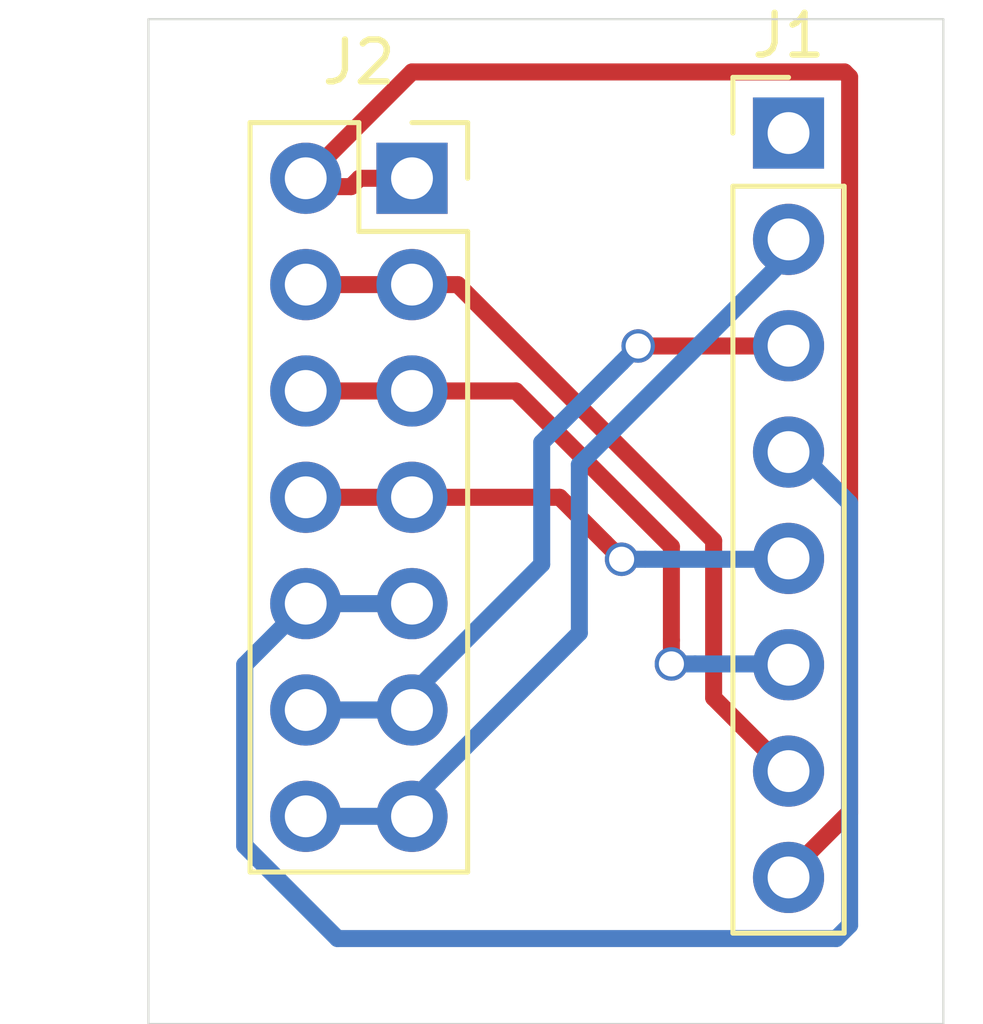
<source format=kicad_pcb>
(kicad_pcb (version 20171130) (host pcbnew "(5.1.2-1)-1")

  (general
    (thickness 1.6)
    (drawings 4)
    (tracks 49)
    (zones 0)
    (modules 2)
    (nets 9)
  )

  (page A4)
  (layers
    (0 F.Cu signal)
    (31 B.Cu signal)
    (32 B.Adhes user)
    (33 F.Adhes user)
    (34 B.Paste user)
    (35 F.Paste user)
    (36 B.SilkS user)
    (37 F.SilkS user)
    (38 B.Mask user)
    (39 F.Mask user)
    (40 Dwgs.User user)
    (41 Cmts.User user)
    (42 Eco1.User user)
    (43 Eco2.User user)
    (44 Edge.Cuts user)
    (45 Margin user)
    (46 B.CrtYd user)
    (47 F.CrtYd user)
    (48 B.Fab user)
    (49 F.Fab user)
  )

  (setup
    (last_trace_width 0.4064)
    (trace_clearance 0.4064)
    (zone_clearance 0.508)
    (zone_45_only no)
    (trace_min 0.2)
    (via_size 0.8)
    (via_drill 0.6)
    (via_min_size 0.4)
    (via_min_drill 0.3)
    (uvia_size 0.3)
    (uvia_drill 0.1)
    (uvias_allowed no)
    (uvia_min_size 0.2)
    (uvia_min_drill 0.1)
    (edge_width 0.05)
    (segment_width 0.2)
    (pcb_text_width 0.3)
    (pcb_text_size 1.5 1.5)
    (mod_edge_width 0.12)
    (mod_text_size 1 1)
    (mod_text_width 0.15)
    (pad_size 1.524 1.524)
    (pad_drill 0.762)
    (pad_to_mask_clearance 0.051)
    (solder_mask_min_width 0.25)
    (aux_axis_origin 0 0)
    (visible_elements FFFFFF7F)
    (pcbplotparams
      (layerselection 0x01000_ffffffff)
      (usegerberextensions false)
      (usegerberattributes false)
      (usegerberadvancedattributes false)
      (creategerberjobfile false)
      (excludeedgelayer true)
      (linewidth 0.100000)
      (plotframeref false)
      (viasonmask false)
      (mode 1)
      (useauxorigin false)
      (hpglpennumber 1)
      (hpglpenspeed 20)
      (hpglpendiameter 15.000000)
      (psnegative false)
      (psa4output false)
      (plotreference true)
      (plotvalue true)
      (plotinvisibletext false)
      (padsonsilk false)
      (subtractmaskfromsilk false)
      (outputformat 1)
      (mirror false)
      (drillshape 0)
      (scaleselection 1)
      (outputdirectory "KEYPAD-GERB/"))
  )

  (net 0 "")
  (net 1 "Net-(J1-Pad8)")
  (net 2 "Net-(J1-Pad7)")
  (net 3 "Net-(J1-Pad6)")
  (net 4 "Net-(J1-Pad5)")
  (net 5 "Net-(J1-Pad4)")
  (net 6 "Net-(J1-Pad3)")
  (net 7 "Net-(J1-Pad2)")
  (net 8 "Net-(J1-Pad1)")

  (net_class Default "This is the default net class."
    (clearance 0.4064)
    (trace_width 0.4064)
    (via_dia 0.8)
    (via_drill 0.6)
    (uvia_dia 0.3)
    (uvia_drill 0.1)
    (add_net "Net-(J1-Pad1)")
    (add_net "Net-(J1-Pad2)")
    (add_net "Net-(J1-Pad3)")
    (add_net "Net-(J1-Pad4)")
    (add_net "Net-(J1-Pad5)")
    (add_net "Net-(J1-Pad6)")
    (add_net "Net-(J1-Pad7)")
    (add_net "Net-(J1-Pad8)")
  )

  (module Connector_PinSocket_2.54mm:PinSocket_2x07_P2.54mm_Vertical (layer F.Cu) (tedit 5A19A421) (tstamp 5E46A842)
    (at 18.3 15.8)
    (descr "Through hole straight socket strip, 2x07, 2.54mm pitch, double cols (from Kicad 4.0.7), script generated")
    (tags "Through hole socket strip THT 2x07 2.54mm double row")
    (path /5E47F95E)
    (fp_text reference J2 (at -1.27 -2.77) (layer F.SilkS)
      (effects (font (size 1 1) (thickness 0.15)))
    )
    (fp_text value Conn_02x07_Odd_Even (at -1.27 18.01) (layer F.Fab)
      (effects (font (size 1 1) (thickness 0.15)))
    )
    (fp_text user %R (at -1.27 7.62 90) (layer F.Fab)
      (effects (font (size 1 1) (thickness 0.15)))
    )
    (fp_line (start -4.34 17) (end -4.34 -1.8) (layer F.CrtYd) (width 0.05))
    (fp_line (start 1.76 17) (end -4.34 17) (layer F.CrtYd) (width 0.05))
    (fp_line (start 1.76 -1.8) (end 1.76 17) (layer F.CrtYd) (width 0.05))
    (fp_line (start -4.34 -1.8) (end 1.76 -1.8) (layer F.CrtYd) (width 0.05))
    (fp_line (start 0 -1.33) (end 1.33 -1.33) (layer F.SilkS) (width 0.12))
    (fp_line (start 1.33 -1.33) (end 1.33 0) (layer F.SilkS) (width 0.12))
    (fp_line (start -1.27 -1.33) (end -1.27 1.27) (layer F.SilkS) (width 0.12))
    (fp_line (start -1.27 1.27) (end 1.33 1.27) (layer F.SilkS) (width 0.12))
    (fp_line (start 1.33 1.27) (end 1.33 16.57) (layer F.SilkS) (width 0.12))
    (fp_line (start -3.87 16.57) (end 1.33 16.57) (layer F.SilkS) (width 0.12))
    (fp_line (start -3.87 -1.33) (end -3.87 16.57) (layer F.SilkS) (width 0.12))
    (fp_line (start -3.87 -1.33) (end -1.27 -1.33) (layer F.SilkS) (width 0.12))
    (fp_line (start -3.81 16.51) (end -3.81 -1.27) (layer F.Fab) (width 0.1))
    (fp_line (start 1.27 16.51) (end -3.81 16.51) (layer F.Fab) (width 0.1))
    (fp_line (start 1.27 -0.27) (end 1.27 16.51) (layer F.Fab) (width 0.1))
    (fp_line (start 0.27 -1.27) (end 1.27 -0.27) (layer F.Fab) (width 0.1))
    (fp_line (start -3.81 -1.27) (end 0.27 -1.27) (layer F.Fab) (width 0.1))
    (pad 14 thru_hole oval (at -2.54 15.24) (size 1.7 1.7) (drill 1) (layers *.Cu *.Mask)
      (net 7 "Net-(J1-Pad2)"))
    (pad 13 thru_hole oval (at 0 15.24) (size 1.7 1.7) (drill 1) (layers *.Cu *.Mask)
      (net 7 "Net-(J1-Pad2)"))
    (pad 12 thru_hole oval (at -2.54 12.7) (size 1.7 1.7) (drill 1) (layers *.Cu *.Mask)
      (net 6 "Net-(J1-Pad3)"))
    (pad 11 thru_hole oval (at 0 12.7) (size 1.7 1.7) (drill 1) (layers *.Cu *.Mask)
      (net 6 "Net-(J1-Pad3)"))
    (pad 10 thru_hole oval (at -2.54 10.16) (size 1.7 1.7) (drill 1) (layers *.Cu *.Mask)
      (net 5 "Net-(J1-Pad4)"))
    (pad 9 thru_hole oval (at 0 10.16) (size 1.7 1.7) (drill 1) (layers *.Cu *.Mask)
      (net 5 "Net-(J1-Pad4)"))
    (pad 8 thru_hole oval (at -2.54 7.62) (size 1.7 1.7) (drill 1) (layers *.Cu *.Mask)
      (net 4 "Net-(J1-Pad5)"))
    (pad 7 thru_hole oval (at 0 7.62) (size 1.7 1.7) (drill 1) (layers *.Cu *.Mask)
      (net 4 "Net-(J1-Pad5)"))
    (pad 6 thru_hole oval (at -2.54 5.08) (size 1.7 1.7) (drill 1) (layers *.Cu *.Mask)
      (net 3 "Net-(J1-Pad6)"))
    (pad 5 thru_hole oval (at 0 5.08) (size 1.7 1.7) (drill 1) (layers *.Cu *.Mask)
      (net 3 "Net-(J1-Pad6)"))
    (pad 4 thru_hole oval (at -2.54 2.54) (size 1.7 1.7) (drill 1) (layers *.Cu *.Mask)
      (net 2 "Net-(J1-Pad7)"))
    (pad 3 thru_hole oval (at 0 2.54) (size 1.7 1.7) (drill 1) (layers *.Cu *.Mask)
      (net 2 "Net-(J1-Pad7)"))
    (pad 2 thru_hole oval (at -2.54 0) (size 1.7 1.7) (drill 1) (layers *.Cu *.Mask)
      (net 1 "Net-(J1-Pad8)"))
    (pad 1 thru_hole rect (at 0 0) (size 1.7 1.7) (drill 1) (layers *.Cu *.Mask)
      (net 1 "Net-(J1-Pad8)"))
    (model ${KISYS3DMOD}/Connector_PinSocket_2.54mm.3dshapes/PinSocket_2x07_P2.54mm_Vertical.wrl
      (at (xyz 0 0 0))
      (scale (xyz 1 1 1))
      (rotate (xyz 0 0 0))
    )
  )

  (module Connector_PinHeader_2.54mm:PinHeader_1x08_P2.54mm_Vertical (layer F.Cu) (tedit 59FED5CC) (tstamp 5E46A91B)
    (at 27.3 14.72)
    (descr "Through hole straight pin header, 1x08, 2.54mm pitch, single row")
    (tags "Through hole pin header THT 1x08 2.54mm single row")
    (path /5E4808B8)
    (fp_text reference J1 (at 0 -2.33) (layer F.SilkS)
      (effects (font (size 1 1) (thickness 0.15)))
    )
    (fp_text value Conn_01x08 (at 0 20.11) (layer F.Fab)
      (effects (font (size 1 1) (thickness 0.15)))
    )
    (fp_text user %R (at 0 8.89 90) (layer F.Fab)
      (effects (font (size 1 1) (thickness 0.15)))
    )
    (fp_line (start 1.8 -1.8) (end -1.8 -1.8) (layer F.CrtYd) (width 0.05))
    (fp_line (start 1.8 19.55) (end 1.8 -1.8) (layer F.CrtYd) (width 0.05))
    (fp_line (start -1.8 19.55) (end 1.8 19.55) (layer F.CrtYd) (width 0.05))
    (fp_line (start -1.8 -1.8) (end -1.8 19.55) (layer F.CrtYd) (width 0.05))
    (fp_line (start -1.33 -1.33) (end 0 -1.33) (layer F.SilkS) (width 0.12))
    (fp_line (start -1.33 0) (end -1.33 -1.33) (layer F.SilkS) (width 0.12))
    (fp_line (start -1.33 1.27) (end 1.33 1.27) (layer F.SilkS) (width 0.12))
    (fp_line (start 1.33 1.27) (end 1.33 19.11) (layer F.SilkS) (width 0.12))
    (fp_line (start -1.33 1.27) (end -1.33 19.11) (layer F.SilkS) (width 0.12))
    (fp_line (start -1.33 19.11) (end 1.33 19.11) (layer F.SilkS) (width 0.12))
    (fp_line (start -1.27 -0.635) (end -0.635 -1.27) (layer F.Fab) (width 0.1))
    (fp_line (start -1.27 19.05) (end -1.27 -0.635) (layer F.Fab) (width 0.1))
    (fp_line (start 1.27 19.05) (end -1.27 19.05) (layer F.Fab) (width 0.1))
    (fp_line (start 1.27 -1.27) (end 1.27 19.05) (layer F.Fab) (width 0.1))
    (fp_line (start -0.635 -1.27) (end 1.27 -1.27) (layer F.Fab) (width 0.1))
    (pad 8 thru_hole oval (at 0 17.78) (size 1.7 1.7) (drill 1) (layers *.Cu *.Mask)
      (net 1 "Net-(J1-Pad8)"))
    (pad 7 thru_hole oval (at 0 15.24) (size 1.7 1.7) (drill 1) (layers *.Cu *.Mask)
      (net 2 "Net-(J1-Pad7)"))
    (pad 6 thru_hole oval (at 0 12.7) (size 1.7 1.7) (drill 1) (layers *.Cu *.Mask)
      (net 3 "Net-(J1-Pad6)"))
    (pad 5 thru_hole oval (at 0 10.16) (size 1.7 1.7) (drill 1) (layers *.Cu *.Mask)
      (net 4 "Net-(J1-Pad5)"))
    (pad 4 thru_hole oval (at 0 7.62) (size 1.7 1.7) (drill 1) (layers *.Cu *.Mask)
      (net 5 "Net-(J1-Pad4)"))
    (pad 3 thru_hole oval (at 0 5.08) (size 1.7 1.7) (drill 1) (layers *.Cu *.Mask)
      (net 6 "Net-(J1-Pad3)"))
    (pad 2 thru_hole oval (at 0 2.54) (size 1.7 1.7) (drill 1) (layers *.Cu *.Mask)
      (net 7 "Net-(J1-Pad2)"))
    (pad 1 thru_hole rect (at 0 0) (size 1.7 1.7) (drill 1) (layers *.Cu *.Mask)
      (net 8 "Net-(J1-Pad1)"))
    (model ${KISYS3DMOD}/Connector_PinHeader_2.54mm.3dshapes/PinHeader_1x08_P2.54mm_Vertical.wrl
      (at (xyz 0 0 0))
      (scale (xyz 1 1 1))
      (rotate (xyz 0 0 0))
    )
  )

  (gr_line (start 31 12) (end 31 36) (layer Edge.Cuts) (width 0.05) (tstamp 5E46AA75))
  (gr_line (start 12 36) (end 12 12) (layer Edge.Cuts) (width 0.05) (tstamp 5E46A9FE))
  (gr_line (start 31 36) (end 12 36) (layer Edge.Cuts) (width 0.05))
  (gr_line (start 12 12) (end 31 12) (layer Edge.Cuts) (width 0.05))

  (segment (start 18.299601 13.260399) (end 28.637681 13.260399) (width 0.4064) (layer F.Cu) (net 1))
  (segment (start 28.759601 30.940399) (end 27.3 32.4) (width 0.4064) (layer F.Cu) (net 1))
  (segment (start 28.637681 13.260399) (end 28.759601 13.382319) (width 0.4064) (layer F.Cu) (net 1))
  (segment (start 28.759601 13.382319) (end 28.759601 30.940399) (width 0.4064) (layer F.Cu) (net 1))
  (segment (start 15.76 15.8) (end 18.299601 13.260399) (width 0.4064) (layer F.Cu) (net 1))
  (segment (start 17.0436 15.8) (end 16.8436 16) (width 0.4064) (layer F.Cu) (net 1))
  (segment (start 18.3 15.8) (end 17.0436 15.8) (width 0.4064) (layer F.Cu) (net 1))
  (segment (start 16.8436 16) (end 16 16) (width 0.4064) (layer F.Cu) (net 1))
  (segment (start 19.393308 18.34) (end 25.509601 24.456293) (width 0.4064) (layer F.Cu) (net 2))
  (segment (start 15.76 18.34) (end 19.393308 18.34) (width 0.4064) (layer F.Cu) (net 2))
  (segment (start 25.509601 28.209601) (end 27.4 30.1) (width 0.4064) (layer F.Cu) (net 2))
  (segment (start 25.509601 24.456293) (end 25.509601 28.209601) (width 0.4064) (layer F.Cu) (net 2))
  (segment (start 27.2 27.4) (end 25.065685 27.4) (width 0.4064) (layer B.Cu) (net 3))
  (via (at 24.5 27.4) (size 0.8) (drill 0.6) (layers F.Cu B.Cu) (net 3))
  (segment (start 27.3 27.3) (end 27.2 27.4) (width 0.4064) (layer B.Cu) (net 3))
  (segment (start 25.065685 27.4) (end 24.5 27.4) (width 0.4064) (layer B.Cu) (net 3))
  (segment (start 24.5 26.834315) (end 24.5 27.4) (width 0.4064) (layer F.Cu) (net 3))
  (segment (start 15.76 20.88) (end 20.78382 20.88) (width 0.4064) (layer F.Cu) (net 3))
  (segment (start 24.5 24.59618) (end 24.5 26.834315) (width 0.4064) (layer F.Cu) (net 3))
  (segment (start 20.78382 20.88) (end 24.5 24.59618) (width 0.4064) (layer F.Cu) (net 3))
  (via (at 23.30961 24.900002) (size 0.8) (drill 0.6) (layers F.Cu B.Cu) (net 4))
  (segment (start 27.499998 24.900002) (end 23.875295 24.900002) (width 0.4064) (layer B.Cu) (net 4))
  (segment (start 27.5 24.9) (end 27.499998 24.900002) (width 0.4064) (layer B.Cu) (net 4))
  (segment (start 15.76 23.42) (end 21.829608 23.42) (width 0.4064) (layer F.Cu) (net 4))
  (segment (start 21.829608 23.42) (end 22.909611 24.500003) (width 0.4064) (layer F.Cu) (net 4))
  (segment (start 23.875295 24.900002) (end 23.30961 24.900002) (width 0.4064) (layer B.Cu) (net 4))
  (segment (start 22.909611 24.500003) (end 23.30961 24.900002) (width 0.4064) (layer F.Cu) (net 4))
  (segment (start 28.759601 33.640399) (end 28.759601 23.559601) (width 0.4064) (layer B.Cu) (net 5))
  (segment (start 28.440399 33.959601) (end 28.759601 33.640399) (width 0.4064) (layer B.Cu) (net 5))
  (segment (start 16.519391 33.959601) (end 28.440399 33.959601) (width 0.4064) (layer B.Cu) (net 5))
  (segment (start 14.300399 31.740609) (end 16.519391 33.959601) (width 0.4064) (layer B.Cu) (net 5))
  (segment (start 14.300399 27.419601) (end 14.300399 31.740609) (width 0.4064) (layer B.Cu) (net 5))
  (segment (start 15.76 25.96) (end 14.300399 27.419601) (width 0.4064) (layer B.Cu) (net 5))
  (segment (start 28.759601 23.559601) (end 27.5 22.3) (width 0.4064) (layer B.Cu) (net 5))
  (segment (start 18.3 25.96) (end 15.86 25.96) (width 0.4064) (layer B.Cu) (net 5))
  (segment (start 15.86 25.96) (end 15.7 25.8) (width 0.4064) (layer B.Cu) (net 5))
  (via (at 23.705999 19.805999) (size 0.8) (drill 0.6) (layers F.Cu B.Cu) (net 6))
  (segment (start 23.705999 19.805999) (end 27.294001 19.805999) (width 0.4064) (layer F.Cu) (net 6))
  (segment (start 27.294001 19.805999) (end 27.3 19.8) (width 0.4064) (layer F.Cu) (net 6))
  (segment (start 21.4 25.02021) (end 21.4 22.111998) (width 0.4064) (layer B.Cu) (net 6))
  (segment (start 21.4 22.111998) (end 23.306 20.205998) (width 0.4064) (layer B.Cu) (net 6))
  (segment (start 17.92021 28.5) (end 21.4 25.02021) (width 0.4064) (layer B.Cu) (net 6))
  (segment (start 23.306 20.205998) (end 23.705999 19.805999) (width 0.4064) (layer B.Cu) (net 6))
  (segment (start 15.76 28.5) (end 17.92021 28.5) (width 0.4064) (layer B.Cu) (net 6))
  (segment (start 22.3 22.63979) (end 27.3 17.63979) (width 0.4064) (layer B.Cu) (net 7))
  (segment (start 22.3 26.66021) (end 22.3 22.63979) (width 0.4064) (layer B.Cu) (net 7))
  (segment (start 27.3 17.63979) (end 27.3 17.2) (width 0.4064) (layer B.Cu) (net 7))
  (segment (start 17.92021 31.04) (end 22.3 26.66021) (width 0.4064) (layer B.Cu) (net 7))
  (segment (start 15.76 31.04) (end 17.92021 31.04) (width 0.4064) (layer B.Cu) (net 7))

)

</source>
